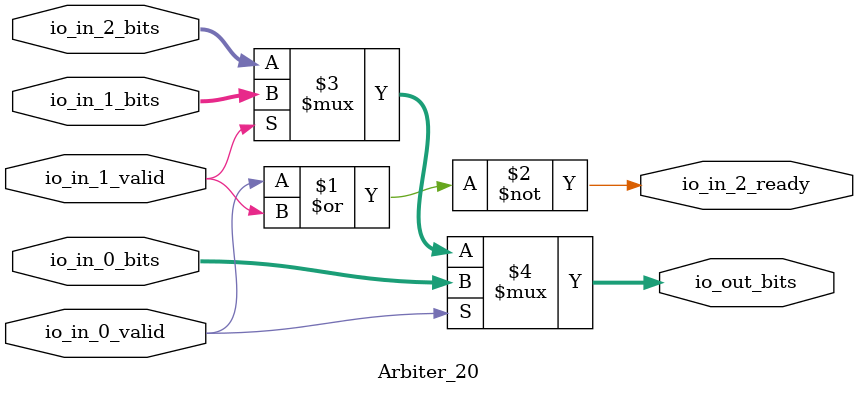
<source format=sv>
`ifndef RANDOMIZE
  `ifdef RANDOMIZE_MEM_INIT
    `define RANDOMIZE
  `endif // RANDOMIZE_MEM_INIT
`endif // not def RANDOMIZE
`ifndef RANDOMIZE
  `ifdef RANDOMIZE_REG_INIT
    `define RANDOMIZE
  `endif // RANDOMIZE_REG_INIT
`endif // not def RANDOMIZE

`ifndef RANDOM
  `define RANDOM $random
`endif // not def RANDOM

// Users can define INIT_RANDOM as general code that gets injected into the
// initializer block for modules with registers.
`ifndef INIT_RANDOM
  `define INIT_RANDOM
`endif // not def INIT_RANDOM

// If using random initialization, you can also define RANDOMIZE_DELAY to
// customize the delay used, otherwise 0.002 is used.
`ifndef RANDOMIZE_DELAY
  `define RANDOMIZE_DELAY 0.002
`endif // not def RANDOMIZE_DELAY

// Define INIT_RANDOM_PROLOG_ for use in our modules below.
`ifndef INIT_RANDOM_PROLOG_
  `ifdef RANDOMIZE
    `ifdef VERILATOR
      `define INIT_RANDOM_PROLOG_ `INIT_RANDOM
    `else  // VERILATOR
      `define INIT_RANDOM_PROLOG_ `INIT_RANDOM #`RANDOMIZE_DELAY begin end
    `endif // VERILATOR
  `else  // RANDOMIZE
    `define INIT_RANDOM_PROLOG_
  `endif // RANDOMIZE
`endif // not def INIT_RANDOM_PROLOG_

// Include register initializers in init blocks unless synthesis is set
`ifndef SYNTHESIS
  `ifndef ENABLE_INITIAL_REG_
    `define ENABLE_INITIAL_REG_
  `endif // not def ENABLE_INITIAL_REG_
`endif // not def SYNTHESIS

// Include rmemory initializers in init blocks unless synthesis is set
`ifndef SYNTHESIS
  `ifndef ENABLE_INITIAL_MEM_
    `define ENABLE_INITIAL_MEM_
  `endif // not def ENABLE_INITIAL_MEM_
`endif // not def SYNTHESIS

// Standard header to adapt well known macros for prints and assertions.

// Users can define 'PRINTF_COND' to add an extra gate to prints.
`ifndef PRINTF_COND_
  `ifdef PRINTF_COND
    `define PRINTF_COND_ (`PRINTF_COND)
  `else  // PRINTF_COND
    `define PRINTF_COND_ 1
  `endif // PRINTF_COND
`endif // not def PRINTF_COND_

// Users can define 'ASSERT_VERBOSE_COND' to add an extra gate to assert error printing.
`ifndef ASSERT_VERBOSE_COND_
  `ifdef ASSERT_VERBOSE_COND
    `define ASSERT_VERBOSE_COND_ (`ASSERT_VERBOSE_COND)
  `else  // ASSERT_VERBOSE_COND
    `define ASSERT_VERBOSE_COND_ 1
  `endif // ASSERT_VERBOSE_COND
`endif // not def ASSERT_VERBOSE_COND_

// Users can define 'STOP_COND' to add an extra gate to stop conditions.
`ifndef STOP_COND_
  `ifdef STOP_COND
    `define STOP_COND_ (`STOP_COND)
  `else  // STOP_COND
    `define STOP_COND_ 1
  `endif // STOP_COND
`endif // not def STOP_COND_

module Arbiter_20(
  input        io_in_0_valid,	// @[src/main/scala/chisel3/util/Arbiter.scala:134:14]
  input  [4:0] io_in_0_bits,	// @[src/main/scala/chisel3/util/Arbiter.scala:134:14]
  input        io_in_1_valid,	// @[src/main/scala/chisel3/util/Arbiter.scala:134:14]
  input  [4:0] io_in_1_bits,	// @[src/main/scala/chisel3/util/Arbiter.scala:134:14]
  output       io_in_2_ready,	// @[src/main/scala/chisel3/util/Arbiter.scala:134:14]
  input  [4:0] io_in_2_bits,	// @[src/main/scala/chisel3/util/Arbiter.scala:134:14]
  output [4:0] io_out_bits	// @[src/main/scala/chisel3/util/Arbiter.scala:134:14]
);

  assign io_in_2_ready = ~(io_in_0_valid | io_in_1_valid);	// @[src/main/scala/chisel3/util/Arbiter.scala:45:{68,78}]
  assign io_out_bits = io_in_0_valid ? io_in_0_bits : io_in_1_valid ? io_in_1_bits : io_in_2_bits;	// @[src/main/scala/chisel3/util/Arbiter.scala:137:15, :139:26, :141:19]
endmodule


</source>
